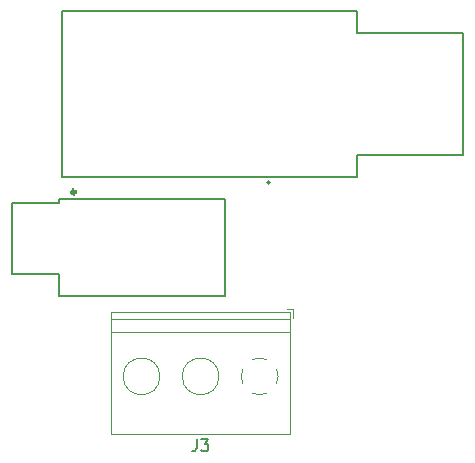
<source format=gbr>
%TF.GenerationSoftware,KiCad,Pcbnew,7.0.2*%
%TF.CreationDate,2024-04-07T07:20:39-07:00*%
%TF.ProjectId,MK-JackAdapter,4d4b2d4a-6163-46b4-9164-61707465722e,1.0*%
%TF.SameCoordinates,Original*%
%TF.FileFunction,Legend,Top*%
%TF.FilePolarity,Positive*%
%FSLAX46Y46*%
G04 Gerber Fmt 4.6, Leading zero omitted, Abs format (unit mm)*
G04 Created by KiCad (PCBNEW 7.0.2) date 2024-04-07 07:20:39*
%MOMM*%
%LPD*%
G01*
G04 APERTURE LIST*
%ADD10C,0.150000*%
%ADD11C,0.120000*%
%ADD12C,0.127000*%
%ADD13C,0.340000*%
%ADD14C,0.200000*%
G04 APERTURE END LIST*
D10*
%TO.C,J3*%
X113943666Y-132743619D02*
X113943666Y-133457904D01*
X113943666Y-133457904D02*
X113896047Y-133600761D01*
X113896047Y-133600761D02*
X113800809Y-133696000D01*
X113800809Y-133696000D02*
X113657952Y-133743619D01*
X113657952Y-133743619D02*
X113562714Y-133743619D01*
X114324619Y-132743619D02*
X114943666Y-132743619D01*
X114943666Y-132743619D02*
X114610333Y-133124571D01*
X114610333Y-133124571D02*
X114753190Y-133124571D01*
X114753190Y-133124571D02*
X114848428Y-133172190D01*
X114848428Y-133172190D02*
X114896047Y-133219809D01*
X114896047Y-133219809D02*
X114943666Y-133315047D01*
X114943666Y-133315047D02*
X114943666Y-133553142D01*
X114943666Y-133553142D02*
X114896047Y-133648380D01*
X114896047Y-133648380D02*
X114848428Y-133696000D01*
X114848428Y-133696000D02*
X114753190Y-133743619D01*
X114753190Y-133743619D02*
X114467476Y-133743619D01*
X114467476Y-133743619D02*
X114372238Y-133696000D01*
X114372238Y-133696000D02*
X114324619Y-133648380D01*
D11*
X122077000Y-122461000D02*
X122077000Y-121721000D01*
X122077000Y-121721000D02*
X121577000Y-121721000D01*
X121837000Y-132281000D02*
X121837000Y-121961000D01*
X121837000Y-132281000D02*
X106717000Y-132281000D01*
X121837000Y-123621000D02*
X106717000Y-123621000D01*
X121837000Y-122521000D02*
X106717000Y-122521000D01*
X121837000Y-121961000D02*
X106717000Y-121961000D01*
X106717000Y-132281000D02*
X106717000Y-121961000D01*
X120709000Y-128029000D02*
G75*
G03*
X120709109Y-126813258I-1432000J608000D01*
G01*
X118669000Y-128853000D02*
G75*
G03*
X119884742Y-128853109I608000J1432000D01*
G01*
X119885000Y-125989001D02*
G75*
G03*
X119249989Y-125865508I-607998J-1431987D01*
G01*
X119277000Y-125866001D02*
G75*
G03*
X118669413Y-125989616I0J-1554999D01*
G01*
X117845000Y-126813000D02*
G75*
G03*
X117844891Y-128028742I1432003J-607999D01*
G01*
X115832000Y-127421000D02*
G75*
G03*
X115832000Y-127421000I-1555000J0D01*
G01*
X110832000Y-127421000D02*
G75*
G03*
X110832000Y-127421000I-1555000J0D01*
G01*
D12*
%TO.C,J2*%
X98315000Y-112712500D02*
X102315000Y-112712500D01*
X98315000Y-118712500D02*
X98315000Y-112712500D01*
X102315000Y-112412500D02*
X116315000Y-112412500D01*
X102315000Y-112712500D02*
X102315000Y-112412500D01*
X102315000Y-118712500D02*
X98315000Y-118712500D01*
X102315000Y-120612500D02*
X102315000Y-118712500D01*
X116315000Y-112412500D02*
X116315000Y-120612500D01*
X116315000Y-120612500D02*
X102315000Y-120612500D01*
D13*
X103685000Y-111812500D02*
G75*
G03*
X103685000Y-111812500I-170000J0D01*
G01*
D12*
%TO.C,J1*%
X136515000Y-108705000D02*
X136515000Y-98305000D01*
X136515000Y-108705000D02*
X127515000Y-108705000D01*
X136515000Y-98305000D02*
X127515000Y-98305000D01*
X127515000Y-110505000D02*
X102515000Y-110505000D01*
X127515000Y-108705000D02*
X127515000Y-110505000D01*
X127515000Y-96505000D02*
X127515000Y-98305000D01*
X102515000Y-110505000D02*
X102515000Y-96505000D01*
X102515000Y-96505000D02*
X127515000Y-96505000D01*
D14*
X120115000Y-111005000D02*
G75*
G03*
X120115000Y-111005000I-100000J0D01*
G01*
%TD*%
M02*

</source>
